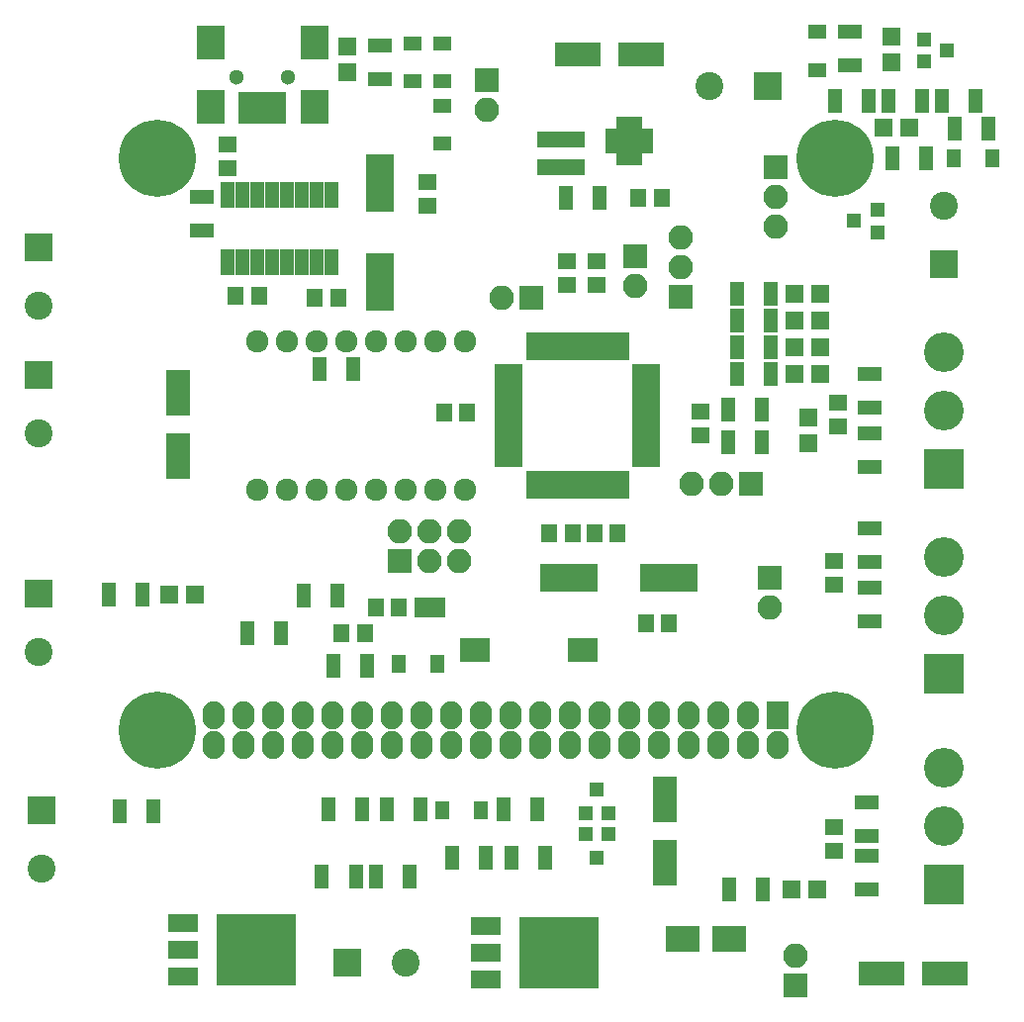
<source format=gts>
G04 #@! TF.FileFunction,Soldermask,Top*
%FSLAX46Y46*%
G04 Gerber Fmt 4.6, Leading zero omitted, Abs format (unit mm)*
G04 Created by KiCad (PCBNEW 4.0.7-e2-6376~61~ubuntu18.04.1) date Wed Jan  8 18:11:24 2020*
%MOMM*%
%LPD*%
G01*
G04 APERTURE LIST*
%ADD10C,0.100000*%
%ADD11O,1.900000X2.400000*%
%ADD12R,1.900000X2.400000*%
%ADD13C,6.600000*%
%ADD14R,1.300000X2.100000*%
%ADD15R,4.900000X2.400000*%
%ADD16R,2.900000X2.200000*%
%ADD17R,2.580000X2.000000*%
%ADD18R,0.950000X2.400000*%
%ADD19R,2.400000X0.950000*%
%ADD20C,3.400000*%
%ADD21R,3.400000X3.400000*%
%ADD22C,2.400000*%
%ADD23R,2.400000X2.400000*%
%ADD24R,2.100000X2.100000*%
%ADD25O,2.100000X2.100000*%
%ADD26R,1.200000X2.300000*%
%ADD27R,1.250000X0.700000*%
%ADD28R,0.700000X1.250000*%
%ADD29R,2.080000X2.080000*%
%ADD30R,1.370000X1.670000*%
%ADD31R,1.300000X1.200000*%
%ADD32R,1.200000X1.300000*%
%ADD33R,2.100000X1.300000*%
%ADD34R,4.100000X1.380000*%
%ADD35R,2.600000X1.600000*%
%ADD36R,6.800000X6.200000*%
%ADD37R,1.600000X1.600000*%
%ADD38C,1.924000*%
%ADD39R,2.000000X3.900000*%
%ADD40R,3.900000X2.000000*%
%ADD41R,1.400000X1.650000*%
%ADD42R,1.650000X1.400000*%
%ADD43R,1.300000X1.600000*%
%ADD44R,1.600000X1.300000*%
%ADD45R,0.900000X2.700000*%
%ADD46R,2.400000X2.900000*%
%ADD47C,1.300000*%
%ADD48R,2.400000X4.900000*%
G04 APERTURE END LIST*
D10*
D11*
X82550000Y-133900000D03*
X82550000Y-131360000D03*
X85090000Y-133900000D03*
X85090000Y-131360000D03*
X87630000Y-133900000D03*
X87630000Y-131360000D03*
X90170000Y-133900000D03*
X90170000Y-131360000D03*
X92710000Y-133900000D03*
X92710000Y-131360000D03*
X95250000Y-133900000D03*
X95250000Y-131360000D03*
X97790000Y-133900000D03*
X97790000Y-131360000D03*
X100330000Y-133900000D03*
X100330000Y-131360000D03*
X102870000Y-133900000D03*
X102870000Y-131360000D03*
X105410000Y-133900000D03*
X105410000Y-131360000D03*
X107950000Y-133900000D03*
X107950000Y-131360000D03*
X110490000Y-133900000D03*
X110490000Y-131360000D03*
X113030000Y-133900000D03*
X113030000Y-131360000D03*
X115570000Y-133900000D03*
X115570000Y-131360000D03*
X118110000Y-133900000D03*
X118110000Y-131360000D03*
X120650000Y-133900000D03*
X120650000Y-131360000D03*
X123190000Y-133900000D03*
X123190000Y-131360000D03*
X125730000Y-133900000D03*
X125730000Y-131360000D03*
X128270000Y-133900000D03*
X128270000Y-131360000D03*
X130810000Y-133900000D03*
D12*
X130810000Y-131360000D03*
D13*
X135680000Y-83630000D03*
X77680000Y-83630000D03*
X77680000Y-132630000D03*
X135680000Y-132630000D03*
D14*
X140282000Y-78740000D03*
X143182000Y-78740000D03*
X148857000Y-81091000D03*
X145957000Y-81091000D03*
D15*
X112931000Y-119572000D03*
X121431000Y-119572000D03*
D16*
X122674000Y-150433000D03*
X126674000Y-150433000D03*
D17*
X114064000Y-125730000D03*
X104884000Y-125730000D03*
D18*
X109665000Y-111564000D03*
X110465000Y-111564000D03*
X111265000Y-111564000D03*
X112065000Y-111564000D03*
X112865000Y-111564000D03*
X113665000Y-111564000D03*
X114465000Y-111564000D03*
X115265000Y-111564000D03*
X116065000Y-111564000D03*
X116865000Y-111564000D03*
X117665000Y-111564000D03*
D19*
X119565000Y-109664000D03*
X119565000Y-108864000D03*
X119565000Y-108064000D03*
X119565000Y-107264000D03*
X119565000Y-106464000D03*
X119565000Y-105664000D03*
X119565000Y-104864000D03*
X119565000Y-104064000D03*
X119565000Y-103264000D03*
X119565000Y-102464000D03*
X119565000Y-101664000D03*
D18*
X117665000Y-99764000D03*
X116865000Y-99764000D03*
X116065000Y-99764000D03*
X115265000Y-99764000D03*
X114465000Y-99764000D03*
X113665000Y-99764000D03*
X112865000Y-99764000D03*
X112065000Y-99764000D03*
X111265000Y-99764000D03*
X110465000Y-99764000D03*
X109665000Y-99764000D03*
D19*
X107765000Y-101664000D03*
X107765000Y-102464000D03*
X107765000Y-103264000D03*
X107765000Y-104064000D03*
X107765000Y-104864000D03*
X107765000Y-105664000D03*
X107765000Y-106464000D03*
X107765000Y-107264000D03*
X107765000Y-108064000D03*
X107765000Y-108864000D03*
X107765000Y-109664000D03*
D20*
X145034000Y-135796000D03*
X145034000Y-140796000D03*
D21*
X145034000Y-145796000D03*
D20*
X145034000Y-117762000D03*
X145034000Y-122762000D03*
D21*
X145034000Y-127762000D03*
D22*
X124921000Y-77470000D03*
D23*
X129921000Y-77470000D03*
D22*
X67524000Y-107173000D03*
D23*
X67524000Y-102173000D03*
D22*
X67524000Y-96251000D03*
D23*
X67524000Y-91251000D03*
D24*
X98425000Y-118110000D03*
D25*
X98425000Y-115570000D03*
X100965000Y-118110000D03*
X100965000Y-115570000D03*
X103505000Y-118110000D03*
X103505000Y-115570000D03*
D26*
X83693000Y-92562000D03*
X84963000Y-92562000D03*
X86233000Y-92562000D03*
X87503000Y-92562000D03*
X88773000Y-92562000D03*
X90043000Y-92562000D03*
X91313000Y-92562000D03*
X92583000Y-92562000D03*
X92583000Y-86762000D03*
X91313000Y-86762000D03*
X90043000Y-86762000D03*
X88773000Y-86762000D03*
X87503000Y-86762000D03*
X86233000Y-86762000D03*
X84963000Y-86762000D03*
X83693000Y-86762000D03*
D22*
X67818000Y-144446000D03*
D23*
X67818000Y-139446000D03*
D22*
X145034000Y-87710000D03*
D23*
X145034000Y-92710000D03*
D20*
X145034000Y-100236000D03*
X145034000Y-105236000D03*
D21*
X145034000Y-110236000D03*
D24*
X130643000Y-84393000D03*
D25*
X130643000Y-86933000D03*
X130643000Y-89473000D03*
D27*
X116660000Y-81419000D03*
X116660000Y-81919000D03*
X116660000Y-82419000D03*
X116660000Y-82919000D03*
D28*
X117360000Y-83619000D03*
X117860000Y-83619000D03*
X118360000Y-83619000D03*
X118860000Y-83619000D03*
D27*
X119560000Y-82919000D03*
X119560000Y-82419000D03*
X119560000Y-81919000D03*
X119560000Y-81419000D03*
D28*
X118860000Y-80719000D03*
X118360000Y-80719000D03*
X117860000Y-80719000D03*
X117360000Y-80719000D03*
D29*
X118110000Y-82169000D03*
D24*
X105918000Y-76962000D03*
D25*
X105918000Y-79502000D03*
D22*
X67564000Y-125904000D03*
D23*
X67564000Y-120904000D03*
D24*
X128524000Y-111506000D03*
D25*
X125984000Y-111506000D03*
X123444000Y-111506000D03*
D24*
X132334000Y-154432000D03*
D25*
X132334000Y-151892000D03*
D30*
X101692000Y-122112000D03*
X100412000Y-122112000D03*
D24*
X130135000Y-119508500D03*
D25*
X130135000Y-122048500D03*
D24*
X118618000Y-92075000D03*
D25*
X118618000Y-94615000D03*
D24*
X122478800Y-95465900D03*
D25*
X122478800Y-92925900D03*
X122478800Y-90385900D03*
D24*
X109728000Y-95631000D03*
D25*
X107188000Y-95631000D03*
D22*
X98990800Y-152465000D03*
D23*
X93990800Y-152465000D03*
D31*
X143295500Y-73473500D03*
X143295500Y-75373500D03*
X145295500Y-74423500D03*
X139303000Y-89977000D03*
X139303000Y-88077000D03*
X137303000Y-89027000D03*
D32*
X116266000Y-141494000D03*
X114366000Y-141494000D03*
X115316000Y-143494000D03*
X114366000Y-139684000D03*
X116266000Y-139684000D03*
X115316000Y-137684000D03*
D14*
X147754000Y-78740000D03*
X144854000Y-78740000D03*
X100216000Y-139384000D03*
X97316000Y-139384000D03*
X94691500Y-145124400D03*
X91791500Y-145124400D03*
X96401600Y-145124400D03*
X99301600Y-145124400D03*
X90204000Y-121096000D03*
X93104000Y-121096000D03*
X138610000Y-78740000D03*
X135710000Y-78740000D03*
X110924000Y-143510000D03*
X108024000Y-143510000D03*
X107349000Y-139384000D03*
X110249000Y-139384000D03*
X112683000Y-87060000D03*
X115583000Y-87060000D03*
X130228000Y-95250000D03*
X127328000Y-95250000D03*
X130228000Y-97536000D03*
X127328000Y-97536000D03*
D33*
X96774000Y-76888000D03*
X96774000Y-73988000D03*
D14*
X130228000Y-99822000D03*
X127328000Y-99822000D03*
X130228000Y-102108000D03*
X127328000Y-102108000D03*
X74456000Y-139511000D03*
X77356000Y-139511000D03*
X105844000Y-143510000D03*
X102944000Y-143510000D03*
X92744000Y-127065000D03*
X95644000Y-127065000D03*
X94475600Y-101690400D03*
X91575600Y-101690400D03*
X129466000Y-105156000D03*
X126566000Y-105156000D03*
D33*
X136967600Y-72833800D03*
X136967600Y-75733800D03*
D14*
X143523000Y-83631000D03*
X140623000Y-83631000D03*
D33*
X81534000Y-86942000D03*
X81534000Y-89842000D03*
X138644000Y-102120000D03*
X138644000Y-105020000D03*
X138644000Y-123308000D03*
X138644000Y-120408000D03*
X138430000Y-138758000D03*
X138430000Y-141658000D03*
X138644000Y-107200000D03*
X138644000Y-110100000D03*
X138644000Y-118228000D03*
X138644000Y-115328000D03*
X138430000Y-143330000D03*
X138430000Y-146230000D03*
D14*
X126653000Y-146242000D03*
X129553000Y-146242000D03*
X126566000Y-107950000D03*
X129466000Y-107950000D03*
X85378000Y-124271000D03*
X88278000Y-124271000D03*
X76467000Y-120969000D03*
X73567000Y-120969000D03*
D34*
X112202600Y-82014200D03*
X112202600Y-84384200D03*
D35*
X79874000Y-149104000D03*
X79874000Y-151384000D03*
X79874000Y-153664000D03*
D36*
X86174000Y-151384000D03*
D35*
X105782000Y-149358000D03*
X105782000Y-151638000D03*
X105782000Y-153918000D03*
D36*
X112082000Y-151638000D03*
D37*
X131956000Y-146242000D03*
X134156000Y-146242000D03*
X93980000Y-74084000D03*
X93980000Y-76284000D03*
X78743000Y-120969000D03*
X80943000Y-120969000D03*
X132250000Y-95250000D03*
X134450000Y-95250000D03*
X132250000Y-97536000D03*
X134450000Y-97536000D03*
X132250000Y-99822000D03*
X134450000Y-99822000D03*
X132250000Y-102108000D03*
X134450000Y-102108000D03*
X133368000Y-108012000D03*
X133368000Y-105812000D03*
X140485500Y-75396500D03*
X140485500Y-73196500D03*
X139830000Y-81014800D03*
X142030000Y-81014800D03*
D14*
X92363000Y-139384000D03*
X95263000Y-139384000D03*
D38*
X86233000Y-112014000D03*
X96393000Y-112014000D03*
X98933000Y-112014000D03*
X88773000Y-112014000D03*
X91313000Y-112014000D03*
X93853000Y-112014000D03*
X101473000Y-112014000D03*
X104013000Y-112014000D03*
X86233000Y-99314000D03*
X88773000Y-99314000D03*
X91313000Y-99314000D03*
X93853000Y-99314000D03*
X96393000Y-99314000D03*
X98933000Y-99314000D03*
X101473000Y-99314000D03*
X104013000Y-99314000D03*
D39*
X121158000Y-143924000D03*
X121158000Y-138524000D03*
D40*
X145052400Y-153404800D03*
X139652400Y-153404800D03*
D41*
X120848000Y-87060000D03*
X118848000Y-87060000D03*
D40*
X113719000Y-74741000D03*
X119119000Y-74741000D03*
D41*
X95448000Y-124271000D03*
X93448000Y-124271000D03*
X98369000Y-122112000D03*
X96369000Y-122112000D03*
X115101500Y-115762000D03*
X117101500Y-115762000D03*
X121483000Y-123445500D03*
X119483000Y-123445500D03*
D42*
X112776000Y-94472000D03*
X112776000Y-92472000D03*
X115316000Y-94472000D03*
X115316000Y-92472000D03*
D41*
X102211000Y-105411500D03*
X104211000Y-105411500D03*
X111228000Y-115762000D03*
X113228000Y-115762000D03*
D42*
X124166000Y-107364000D03*
X124166000Y-105364000D03*
D39*
X79502000Y-103726000D03*
X79502000Y-109126000D03*
D42*
X135977000Y-104602000D03*
X135977000Y-106602000D03*
X135636000Y-120126000D03*
X135636000Y-118126000D03*
X135596000Y-140924000D03*
X135596000Y-142924000D03*
D41*
X91162000Y-95569000D03*
X93162000Y-95569000D03*
D42*
X100848800Y-85704400D03*
X100848800Y-87704400D03*
D41*
X86380200Y-95416600D03*
X84380200Y-95416600D03*
D42*
X83716500Y-84504000D03*
X83716500Y-82504000D03*
D43*
X102094400Y-139409400D03*
X105394400Y-139409400D03*
D44*
X102108000Y-73788000D03*
X102108000Y-77088000D03*
X99568000Y-77088000D03*
X99568000Y-73788000D03*
D43*
X98386000Y-126938000D03*
X101686000Y-126938000D03*
D44*
X134199000Y-76137000D03*
X134199000Y-72837000D03*
D43*
X149184000Y-83631000D03*
X145884000Y-83631000D03*
D44*
X102108000Y-79122000D03*
X102108000Y-82422000D03*
D45*
X88301000Y-79319000D03*
X87501000Y-79319000D03*
X86701000Y-79319000D03*
X85901000Y-79319000D03*
X85101000Y-79319000D03*
D46*
X91151000Y-79219000D03*
X91151000Y-73719000D03*
X82251000Y-79219000D03*
X82251000Y-73719000D03*
D47*
X88901000Y-76719000D03*
X84501000Y-76719000D03*
D48*
X96734000Y-94231000D03*
X96734000Y-85731000D03*
M02*

</source>
